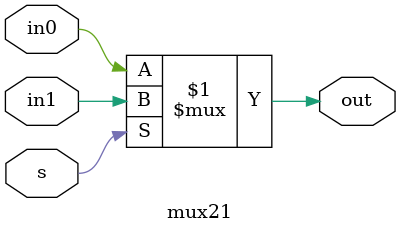
<source format=v>
module mux21(out, s, in0, in1);
    output out;
    input s, in0, in1;
	 assign out = s?in1:in0;
endmodule

</source>
